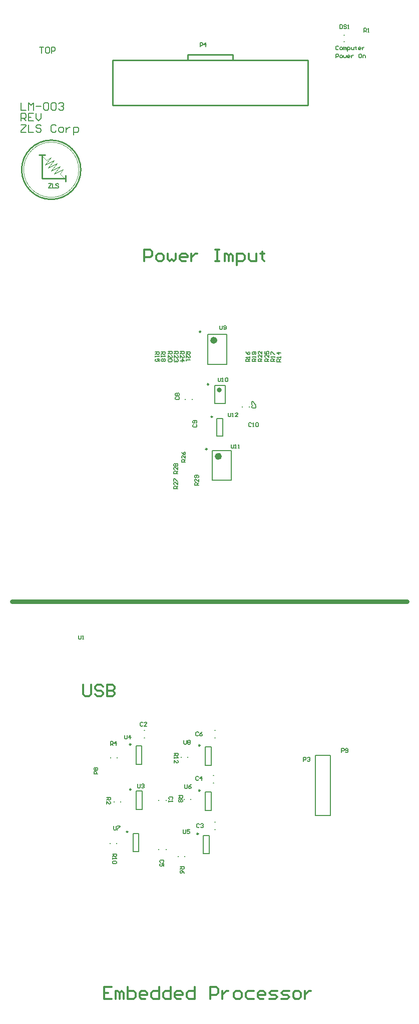
<source format=gbr>
G04 Layer_Color=65535*
%FSLAX26Y26*%
%MOIN*%
%TF.FileFunction,Legend,Top*%
%TF.Part,Single*%
G01*
G75*
%TA.AperFunction,NonConductor*%
%ADD46C,0.023622*%
%ADD47C,0.009842*%
%ADD48C,0.007874*%
%ADD49C,0.010000*%
%ADD50C,0.030000*%
%ADD51C,0.011811*%
%ADD52C,0.005905*%
%ADD74C,0.003937*%
%ADD75C,0.015748*%
%ADD76C,0.001000*%
D46*
X215512Y-2536067D02*
G03*
X215512Y-2536067I-11811J0D01*
G01*
X185512Y-1764098D02*
G03*
X185512Y-1764098I-11811J0D01*
G01*
D47*
X-398150Y-5033150D02*
G03*
X-398150Y-5033150I-4921J0D01*
G01*
X82796Y-4758150D02*
G03*
X82796Y-4758150I-4921J0D01*
G01*
X70828Y-5045866D02*
G03*
X70828Y-5045866I-4921J0D01*
G01*
X-378150Y-4451772D02*
G03*
X-378150Y-4451772I-4921J0D01*
G01*
X-376771Y-4751772D02*
G03*
X-376771Y-4751772I-4921J0D01*
G01*
X82796Y-4458150D02*
G03*
X82796Y-4458150I-4921J0D01*
G01*
X128898Y-2487642D02*
G03*
X128898Y-2487642I-4921J0D01*
G01*
X139393Y-2056996D02*
G03*
X139393Y-2056996I-4921J0D01*
G01*
X87087Y-1707012D02*
G03*
X87087Y-1707012I-4921J0D01*
G01*
X164984Y-2272074D02*
G03*
X164984Y-2272074I-4921J0D01*
G01*
D48*
X-21654Y-4816968D02*
X-21654Y-4813031D01*
X21654Y-4816968D02*
X21654Y-4813031D01*
X-41654Y-4536968D02*
X-41654Y-4533031D01*
X1653Y-4536968D02*
X1653Y-4533031D01*
X-516654Y-5111968D02*
X-516654Y-5108031D01*
X-473346Y-5111968D02*
X-473346Y-5108031D01*
X-325315Y-5166024D02*
X-325315Y-5043976D01*
X-364685Y-5166024D02*
X-364685Y-5043976D01*
X-364685Y-5166024D02*
X-325315Y-5166024D01*
X-364685Y-5043976D02*
X-325315Y-5043976D01*
X155631Y-4891024D02*
X155631Y-4768976D01*
X116261Y-4891024D02*
X116261Y-4768976D01*
X116261Y-4891024D02*
X155631Y-4891024D01*
X116261Y-4768976D02*
X155631Y-4768976D01*
X143663Y-5178740D02*
X143663Y-5056693D01*
X104293Y-5178740D02*
X104293Y-5056693D01*
X104293Y-5178740D02*
X143663Y-5178740D01*
X104293Y-5056693D02*
X143663Y-5056693D01*
X-18346Y-5196969D02*
X-18346Y-5193032D01*
X-61654Y-5196969D02*
X-61654Y-5193032D01*
X-305315Y-4584646D02*
X-305315Y-4462598D01*
X-344685Y-4584646D02*
X-344685Y-4462598D01*
X-344685Y-4584646D02*
X-305315Y-4584646D01*
X-344685Y-4462598D02*
X-305315Y-4462598D01*
X-511654Y-4541968D02*
X-511654Y-4538031D01*
X-468346Y-4541968D02*
X-468346Y-4538031D01*
X851378Y-4923621D02*
X951378Y-4923621D01*
X851378Y-4923621D02*
X851378Y-4523621D01*
X951378Y-4923621D02*
X951378Y-4523621D01*
X851378Y-4523621D02*
X951378Y-4523621D01*
X-144016Y-4825590D02*
X-144016Y-4821654D01*
X-193228Y-4825590D02*
X-193228Y-4821654D01*
X-290590Y-4408228D02*
X-286652Y-4408228D01*
X-290590Y-4359016D02*
X-286652Y-4359016D01*
X179410Y-5018228D02*
X183348Y-5018228D01*
X179410Y-4969016D02*
X183348Y-4969016D01*
X169410Y-4708228D02*
X173348Y-4708228D01*
X169410Y-4659016D02*
X173348Y-4659016D01*
X-144016Y-5151969D02*
X-144016Y-5148031D01*
X-193228Y-5151969D02*
X-193228Y-5148031D01*
X179410Y-4408228D02*
X183348Y-4408228D01*
X179410Y-4359016D02*
X183348Y-4359016D01*
X-446968Y-4835590D02*
X-446968Y-4831654D01*
X-490274Y-4835590D02*
X-490274Y-4831654D01*
X-343306Y-4762598D02*
X-303936Y-4762598D01*
X-343306Y-4884646D02*
X-303936Y-4884646D01*
X-343306Y-4884646D02*
X-343306Y-4762598D01*
X-303936Y-4884646D02*
X-303936Y-4762598D01*
X116261Y-4468976D02*
X155631Y-4468976D01*
X116261Y-4591024D02*
X155631Y-4591024D01*
X116261Y-4591024D02*
X116261Y-4468976D01*
X155631Y-4591024D02*
X155631Y-4468976D01*
X1039134Y220748D02*
X1043072Y220748D01*
X1039134Y266024D02*
X1043072Y266024D01*
X164332Y-2693548D02*
X164332Y-2496696D01*
X290316Y-2693548D02*
X290316Y-2496696D01*
X164332Y-2496696D02*
X290316Y-2496696D01*
X164332Y-2693548D02*
X290316Y-2693548D01*
X178764Y-2182980D02*
X178764Y-2062902D01*
X249630Y-2182980D02*
X249630Y-2062902D01*
X178764Y-2062902D02*
X249630Y-2062902D01*
X178764Y-2182980D02*
X249630Y-2182980D01*
X134332Y-1925516D02*
X134332Y-1724728D01*
X260316Y-1925516D02*
X260316Y-1724728D01*
X134332Y-1724728D02*
X260316Y-1724728D01*
X134332Y-1925516D02*
X260316Y-1925516D01*
X233882Y-2401996D02*
X233882Y-2283886D01*
X194512Y-2401996D02*
X194512Y-2283886D01*
X194512Y-2401996D02*
X233882Y-2401996D01*
X194512Y-2283886D02*
X233882Y-2283886D01*
X-17282Y-2157090D02*
X-17282Y-2153154D01*
X31930Y-2157090D02*
X31930Y-2153154D01*
X362718Y-2207090D02*
X362718Y-2203154D01*
X411930Y-2207090D02*
X411930Y-2203154D01*
X-986728Y186361D02*
X-960490Y186361D01*
X-973609Y186361D01*
X-973609Y147004D01*
X-927692Y186361D02*
X-940811Y186361D01*
X-947371Y179802D01*
X-947371Y153564D01*
X-940811Y147004D01*
X-927692Y147004D01*
X-921133Y153564D01*
X-921133Y179802D01*
X-927692Y186361D01*
X-908014Y147004D02*
X-908014Y186361D01*
X-888335Y186361D01*
X-881775Y179802D01*
X-881775Y166683D01*
X-888335Y160123D01*
X-908014Y160123D01*
X-1108622Y-183638D02*
X-1108622Y-233622D01*
X-1075300Y-233622D01*
X-1058639Y-233622D02*
X-1058639Y-183638D01*
X-1041977Y-200299D01*
X-1025316Y-183638D01*
X-1025316Y-233622D01*
X-1008655Y-208630D02*
X-975332Y-208630D01*
X-958671Y-191968D02*
X-950340Y-183638D01*
X-933679Y-183638D01*
X-925348Y-191968D01*
X-925348Y-225291D01*
X-933679Y-233622D01*
X-950340Y-233622D01*
X-958671Y-225291D01*
X-958671Y-191968D01*
X-908687Y-191968D02*
X-900356Y-183638D01*
X-883695Y-183638D01*
X-875365Y-191968D01*
X-875365Y-225291D01*
X-883695Y-233622D01*
X-900356Y-233622D01*
X-908687Y-225291D01*
X-908687Y-191968D01*
X-858703Y-191968D02*
X-850373Y-183638D01*
X-833711Y-183638D01*
X-825381Y-191968D01*
X-825381Y-200299D01*
X-833711Y-208630D01*
X-842042Y-208630D01*
X-833711Y-208630D01*
X-825381Y-216960D01*
X-825381Y-225291D01*
X-833711Y-233622D01*
X-850373Y-233622D01*
X-858703Y-225291D01*
X-1108622Y-305122D02*
X-1108622Y-255138D01*
X-1083630Y-255138D01*
X-1075300Y-263468D01*
X-1075300Y-280130D01*
X-1083630Y-288460D01*
X-1108622Y-288460D01*
X-1091961Y-288460D02*
X-1075300Y-305122D01*
X-1025316Y-255138D02*
X-1058639Y-255138D01*
X-1058639Y-305122D01*
X-1025316Y-305122D01*
X-1058639Y-280130D02*
X-1041977Y-280130D01*
X-1008655Y-255138D02*
X-1008655Y-288460D01*
X-991993Y-305122D01*
X-975332Y-288460D01*
X-975332Y-255138D01*
X-1108622Y-330138D02*
X-1075300Y-330138D01*
X-1075300Y-338468D01*
X-1108622Y-371791D01*
X-1108622Y-380122D01*
X-1075300Y-380122D01*
X-1058639Y-330138D02*
X-1058639Y-380122D01*
X-1025316Y-380122D01*
X-975332Y-338468D02*
X-983663Y-330138D01*
X-1000324Y-330138D01*
X-1008655Y-338468D01*
X-1008655Y-346799D01*
X-1000324Y-355130D01*
X-983663Y-355130D01*
X-975332Y-363460D01*
X-975332Y-371791D01*
X-983663Y-380122D01*
X-1000324Y-380122D01*
X-1008655Y-371791D01*
X-875365Y-338468D02*
X-883695Y-330138D01*
X-900356Y-330138D01*
X-908687Y-338468D01*
X-908687Y-371791D01*
X-900356Y-380122D01*
X-883695Y-380122D01*
X-875365Y-371791D01*
X-850373Y-380122D02*
X-833711Y-380122D01*
X-825381Y-371791D01*
X-825381Y-355130D01*
X-833711Y-346799D01*
X-850373Y-346799D01*
X-858703Y-355130D01*
X-858703Y-371791D01*
X-850373Y-380122D01*
X-808720Y-346799D02*
X-808720Y-380122D01*
X-808720Y-363460D01*
X-800389Y-355130D01*
X-792058Y-346799D01*
X-783728Y-346799D01*
X-758736Y-396783D02*
X-758736Y-346799D01*
X-733744Y-346799D01*
X-725413Y-355130D01*
X-725413Y-371791D01*
X-733744Y-380122D01*
X-758736Y-380122D01*
D49*
X-711772Y-630122D02*
G03*
X-711772Y-630122I-196850J0D01*
G01*
X300000Y100000D02*
X300000Y136806D01*
X157324Y136806D02*
X296324Y136806D01*
X0Y136806D02*
X157324Y136806D01*
X0Y100000D02*
X0Y136806D01*
X-500000Y-200000D02*
X-500000Y100000D01*
X-500000Y-200000D02*
X800000Y-200000D01*
X800000Y100000D01*
X-500000Y100000D02*
X800000Y100000D01*
X-813622Y-707122D02*
X-813622Y-667122D01*
X-968622Y-687122D02*
X-968622Y-537122D01*
X-968622Y-687122D02*
X-818622Y-687122D01*
X-988622Y-532122D02*
X-948622Y-532122D01*
D50*
X-1168214Y-3502602D02*
X1460802Y-3502602D01*
D51*
X-505003Y-6064334D02*
X-557479Y-6064334D01*
X-557479Y-6143049D01*
X-505003Y-6143049D01*
X-557479Y-6103692D02*
X-531241Y-6103692D01*
X-478764Y-6143049D02*
X-478764Y-6090573D01*
X-465645Y-6090573D01*
X-452526Y-6103692D01*
X-452526Y-6143049D01*
X-452526Y-6103692D01*
X-439407Y-6090573D01*
X-426288Y-6103692D01*
X-426288Y-6143049D01*
X-400050Y-6064334D02*
X-400050Y-6143049D01*
X-360692Y-6143049D01*
X-347573Y-6129930D01*
X-347573Y-6116811D01*
X-347573Y-6103692D01*
X-360692Y-6090573D01*
X-400050Y-6090573D01*
X-281978Y-6143049D02*
X-308216Y-6143049D01*
X-321335Y-6129930D01*
X-321335Y-6103692D01*
X-308216Y-6090573D01*
X-281978Y-6090573D01*
X-268858Y-6103692D01*
X-268858Y-6116811D01*
X-321335Y-6116811D01*
X-190144Y-6064334D02*
X-190144Y-6143049D01*
X-229501Y-6143049D01*
X-242620Y-6129930D01*
X-242620Y-6103692D01*
X-229501Y-6090573D01*
X-190144Y-6090573D01*
X-111429Y-6064334D02*
X-111429Y-6143049D01*
X-150786Y-6143049D01*
X-163905Y-6129930D01*
X-163905Y-6103692D01*
X-150786Y-6090573D01*
X-111429Y-6090573D01*
X-45833Y-6143049D02*
X-72071Y-6143049D01*
X-85191Y-6129930D01*
X-85191Y-6103692D01*
X-72071Y-6090573D01*
X-45833Y-6090573D01*
X-32714Y-6103692D01*
X-32714Y-6116811D01*
X-85191Y-6116811D01*
X46001Y-6064334D02*
X46001Y-6143049D01*
X6643Y-6143049D01*
X-6476Y-6129930D01*
X-6476Y-6103692D01*
X6643Y-6090573D01*
X46001Y-6090573D01*
X150954Y-6143049D02*
X150954Y-6064334D01*
X190311Y-6064334D01*
X203430Y-6077454D01*
X203430Y-6103692D01*
X190311Y-6116811D01*
X150954Y-6116811D01*
X229669Y-6090573D02*
X229669Y-6143049D01*
X229669Y-6116811D01*
X242788Y-6103692D01*
X255907Y-6090573D01*
X269026Y-6090573D01*
X321503Y-6143049D02*
X347741Y-6143049D01*
X360860Y-6129930D01*
X360860Y-6103692D01*
X347741Y-6090573D01*
X321503Y-6090573D01*
X308384Y-6103692D01*
X308384Y-6129930D01*
X321503Y-6143049D01*
X439575Y-6090573D02*
X400217Y-6090573D01*
X387098Y-6103692D01*
X387098Y-6129930D01*
X400217Y-6143049D01*
X439575Y-6143049D01*
X505171Y-6143049D02*
X478932Y-6143049D01*
X465813Y-6129930D01*
X465813Y-6103692D01*
X478932Y-6090573D01*
X505171Y-6090573D01*
X518290Y-6103692D01*
X518290Y-6116811D01*
X465813Y-6116811D01*
X544528Y-6143049D02*
X583885Y-6143049D01*
X597004Y-6129930D01*
X583885Y-6116811D01*
X557647Y-6116811D01*
X544528Y-6103692D01*
X557647Y-6090573D01*
X597004Y-6090573D01*
X623243Y-6143049D02*
X662600Y-6143049D01*
X675719Y-6129930D01*
X662600Y-6116811D01*
X636362Y-6116811D01*
X623243Y-6103692D01*
X636362Y-6090573D01*
X675719Y-6090573D01*
X715077Y-6143049D02*
X741315Y-6143049D01*
X754434Y-6129930D01*
X754434Y-6103692D01*
X741315Y-6090573D01*
X715077Y-6090573D01*
X701957Y-6103692D01*
X701957Y-6129930D01*
X715077Y-6143049D01*
X780672Y-6090573D02*
X780672Y-6143049D01*
X780672Y-6116811D01*
X793791Y-6103692D01*
X806910Y-6090573D01*
X820030Y-6090573D01*
X-695275Y-4053809D02*
X-695275Y-4119404D01*
X-682155Y-4132524D01*
X-655917Y-4132524D01*
X-642798Y-4119404D01*
X-642798Y-4053809D01*
X-564083Y-4066928D02*
X-577202Y-4053809D01*
X-603441Y-4053809D01*
X-616560Y-4066928D01*
X-616560Y-4080047D01*
X-603441Y-4093166D01*
X-577202Y-4093166D01*
X-564083Y-4106285D01*
X-564083Y-4119404D01*
X-577202Y-4132524D01*
X-603441Y-4132524D01*
X-616560Y-4119404D01*
X-537845Y-4053809D02*
X-537845Y-4132524D01*
X-498488Y-4132524D01*
X-485368Y-4119404D01*
X-485368Y-4106285D01*
X-498488Y-4093166D01*
X-537845Y-4093166D01*
X-498488Y-4093166D01*
X-485368Y-4080047D01*
X-485368Y-4066928D01*
X-498488Y-4053809D01*
X-537845Y-4053809D01*
X-289804Y-1238823D02*
X-289804Y-1160108D01*
X-250447Y-1160108D01*
X-237328Y-1173227D01*
X-237328Y-1199465D01*
X-250447Y-1212585D01*
X-289804Y-1212585D01*
X-197970Y-1238823D02*
X-171732Y-1238823D01*
X-158613Y-1225704D01*
X-158613Y-1199465D01*
X-171732Y-1186346D01*
X-197970Y-1186346D01*
X-211089Y-1199465D01*
X-211089Y-1225704D01*
X-197970Y-1238823D01*
X-132375Y-1186346D02*
X-132375Y-1225704D01*
X-119255Y-1238823D01*
X-106136Y-1225704D01*
X-93017Y-1238823D01*
X-79898Y-1225704D01*
X-79898Y-1186346D01*
X-14302Y-1238823D02*
X-40541Y-1238823D01*
X-53660Y-1225704D01*
X-53660Y-1199465D01*
X-40541Y-1186346D01*
X-14302Y-1186346D01*
X-1183Y-1199465D01*
X-1183Y-1212585D01*
X-53660Y-1212585D01*
X25055Y-1186346D02*
X25055Y-1238823D01*
X25055Y-1212585D01*
X38174Y-1199465D01*
X51293Y-1186346D01*
X64412Y-1186346D01*
X182485Y-1160108D02*
X208723Y-1160108D01*
X195604Y-1160108D01*
X195604Y-1238823D01*
X182485Y-1238823D01*
X208723Y-1238823D01*
X248080Y-1238823D02*
X248080Y-1186346D01*
X261199Y-1186346D01*
X274318Y-1199465D01*
X274318Y-1238823D01*
X274318Y-1199465D01*
X287438Y-1186346D01*
X300557Y-1199465D01*
X300557Y-1238823D01*
X326795Y-1265061D02*
X326795Y-1186346D01*
X366152Y-1186346D01*
X379272Y-1199465D01*
X379272Y-1225704D01*
X366152Y-1238823D01*
X326795Y-1238823D01*
X405510Y-1186346D02*
X405510Y-1225704D01*
X418629Y-1238823D01*
X457986Y-1238823D01*
X457986Y-1186346D01*
X497344Y-1173227D02*
X497344Y-1186346D01*
X484225Y-1186346D01*
X510463Y-1186346D01*
X497344Y-1186346D01*
X497344Y-1225704D01*
X510463Y-1238823D01*
D52*
X1004338Y189048D02*
X1000075Y193312D01*
X991547Y193312D01*
X987283Y189048D01*
X987283Y171993D01*
X991547Y167730D01*
X1000075Y167730D01*
X1004338Y171993D01*
X1017129Y167730D02*
X1025657Y167730D01*
X1029921Y171993D01*
X1029921Y180521D01*
X1025657Y184785D01*
X1017129Y184785D01*
X1012866Y180521D01*
X1012866Y171993D01*
X1017129Y167730D01*
X1038448Y167730D02*
X1038448Y184785D01*
X1042712Y184785D01*
X1046975Y180521D01*
X1046975Y167730D01*
X1046975Y180521D01*
X1051239Y184785D01*
X1055503Y180521D01*
X1055503Y167730D01*
X1064030Y159202D02*
X1064030Y184785D01*
X1076822Y184785D01*
X1081085Y180521D01*
X1081085Y171993D01*
X1076822Y167730D01*
X1064030Y167730D01*
X1089613Y184785D02*
X1089613Y171993D01*
X1093876Y167730D01*
X1106668Y167730D01*
X1106668Y184785D01*
X1119459Y189048D02*
X1119459Y184785D01*
X1115195Y184785D01*
X1123722Y184785D01*
X1119459Y184785D01*
X1119459Y171993D01*
X1123722Y167730D01*
X1149305Y167730D02*
X1140777Y167730D01*
X1136514Y171993D01*
X1136514Y180521D01*
X1140777Y184785D01*
X1149305Y184785D01*
X1153568Y180521D01*
X1153568Y176257D01*
X1136514Y176257D01*
X1162096Y184785D02*
X1162096Y167730D01*
X1162096Y176257D01*
X1166360Y180521D01*
X1170623Y184785D01*
X1174887Y184785D01*
X987283Y114331D02*
X987283Y139913D01*
X1000075Y139913D01*
X1004338Y135649D01*
X1004338Y127122D01*
X1000075Y122858D01*
X987283Y122858D01*
X1017129Y114331D02*
X1025657Y114331D01*
X1029921Y118594D01*
X1029921Y127122D01*
X1025657Y131386D01*
X1017129Y131386D01*
X1012866Y127122D01*
X1012866Y118594D01*
X1017129Y114331D01*
X1038448Y131386D02*
X1038448Y118594D01*
X1042712Y114331D01*
X1046975Y118594D01*
X1051239Y114331D01*
X1055503Y118594D01*
X1055503Y131386D01*
X1076822Y114331D02*
X1068294Y114331D01*
X1064030Y118594D01*
X1064030Y127122D01*
X1068294Y131386D01*
X1076822Y131386D01*
X1081085Y127122D01*
X1081085Y122858D01*
X1064030Y122858D01*
X1089613Y131386D02*
X1089613Y114331D01*
X1089613Y122858D01*
X1093876Y127122D01*
X1098140Y131386D01*
X1102404Y131386D01*
X1153568Y139913D02*
X1145041Y139913D01*
X1140777Y135649D01*
X1140777Y118594D01*
X1145041Y114331D01*
X1153568Y114331D01*
X1157832Y118594D01*
X1157832Y135649D01*
X1153568Y139913D01*
X1166360Y114331D02*
X1166360Y131386D01*
X1179151Y131386D01*
X1183414Y127122D01*
X1183414Y114331D01*
X540000Y-1905000D02*
X514418Y-1905000D01*
X514418Y-1892209D01*
X518681Y-1887945D01*
X527209Y-1887945D01*
X531473Y-1892209D01*
X531473Y-1905000D01*
X531473Y-1896473D02*
X540000Y-1887945D01*
X540000Y-1862363D02*
X540000Y-1879418D01*
X522945Y-1862363D01*
X518681Y-1862363D01*
X514418Y-1866627D01*
X514418Y-1875154D01*
X518681Y-1879418D01*
X514418Y-1836781D02*
X514418Y-1853835D01*
X527209Y-1853835D01*
X522945Y-1845308D01*
X522945Y-1841044D01*
X527209Y-1836781D01*
X535736Y-1836781D01*
X540000Y-1841044D01*
X540000Y-1849572D01*
X535736Y-1853835D01*
X-60000Y-4792598D02*
X-34418Y-4792598D01*
X-34418Y-4805390D01*
X-38681Y-4809653D01*
X-47209Y-4809653D01*
X-51473Y-4805390D01*
X-51473Y-4792598D01*
X-51473Y-4801126D02*
X-60000Y-4809653D01*
X-38681Y-4818181D02*
X-34418Y-4822444D01*
X-34418Y-4830972D01*
X-38681Y-4835236D01*
X-42945Y-4835236D01*
X-47209Y-4830972D01*
X-51473Y-4835236D01*
X-55736Y-4835236D01*
X-60000Y-4830972D01*
X-60000Y-4822444D01*
X-55736Y-4818181D01*
X-51473Y-4818181D01*
X-47209Y-4822444D01*
X-42945Y-4818181D01*
X-38681Y-4818181D01*
X-47209Y-4822444D02*
X-47209Y-4830972D01*
X-90000Y-4510000D02*
X-64418Y-4510000D01*
X-64418Y-4522791D01*
X-68681Y-4527055D01*
X-77209Y-4527055D01*
X-81473Y-4522791D01*
X-81473Y-4510000D01*
X-81473Y-4518527D02*
X-90000Y-4527055D01*
X-90000Y-4535582D02*
X-90000Y-4544110D01*
X-90000Y-4539846D01*
X-64418Y-4539846D01*
X-68681Y-4535582D01*
X-90000Y-4573956D02*
X-90000Y-4556901D01*
X-72945Y-4573956D01*
X-68681Y-4573956D01*
X-64418Y-4569692D01*
X-64418Y-4561165D01*
X-68681Y-4556901D01*
X-500000Y-5180000D02*
X-474418Y-5180000D01*
X-474418Y-5192791D01*
X-478681Y-5197055D01*
X-487209Y-5197055D01*
X-491473Y-5192791D01*
X-491473Y-5180000D01*
X-491473Y-5188527D02*
X-500000Y-5197055D01*
X-500000Y-5205582D02*
X-500000Y-5214110D01*
X-500000Y-5209846D01*
X-474418Y-5209846D01*
X-478681Y-5205582D01*
X-478681Y-5226901D02*
X-474418Y-5231165D01*
X-474418Y-5239692D01*
X-478681Y-5243956D01*
X-495736Y-5243956D01*
X-500000Y-5239692D01*
X-500000Y-5231165D01*
X-495736Y-5226901D01*
X-478681Y-5226901D01*
X495000Y-1905000D02*
X469418Y-1905000D01*
X469418Y-1892209D01*
X473681Y-1887945D01*
X482209Y-1887945D01*
X486473Y-1892209D01*
X486473Y-1905000D01*
X486473Y-1896473D02*
X495000Y-1887945D01*
X495000Y-1862363D02*
X495000Y-1879418D01*
X477945Y-1862363D01*
X473681Y-1862363D01*
X469418Y-1866627D01*
X469418Y-1875154D01*
X473681Y-1879418D01*
X495000Y-1836781D02*
X495000Y-1853835D01*
X477945Y-1836781D01*
X473681Y-1836781D01*
X469418Y-1841044D01*
X469418Y-1849572D01*
X473681Y-1853835D01*
X-90000Y-1837918D02*
X-64418Y-1837918D01*
X-64418Y-1850709D01*
X-68681Y-1854973D01*
X-77209Y-1854973D01*
X-81473Y-1850709D01*
X-81473Y-1837918D01*
X-81473Y-1846445D02*
X-90000Y-1854973D01*
X-90000Y-1880555D02*
X-90000Y-1863500D01*
X-72945Y-1880555D01*
X-68681Y-1880555D01*
X-64418Y-1876292D01*
X-64418Y-1867764D01*
X-68681Y-1863500D01*
X-68681Y-1889083D02*
X-64418Y-1893346D01*
X-64418Y-1901874D01*
X-68681Y-1906138D01*
X-72945Y-1906138D01*
X-77209Y-1901874D01*
X-77209Y-1897610D01*
X-77209Y-1901874D01*
X-81473Y-1906138D01*
X-85736Y-1906138D01*
X-90000Y-1901874D01*
X-90000Y-1893346D01*
X-85736Y-1889083D01*
X-493937Y-4994418D02*
X-493937Y-5015736D01*
X-489673Y-5020000D01*
X-481146Y-5020000D01*
X-476882Y-5015736D01*
X-476882Y-4994418D01*
X-468355Y-4994418D02*
X-451300Y-4994418D01*
X-451300Y-4998681D01*
X-468355Y-5015736D01*
X-468355Y-5020000D01*
X-20000Y-4719418D02*
X-20000Y-4740736D01*
X-15736Y-4745000D01*
X-7209Y-4745000D01*
X-2945Y-4740736D01*
X-2945Y-4719418D01*
X22637Y-4719418D02*
X14110Y-4723681D01*
X5582Y-4732209D01*
X5582Y-4740736D01*
X9846Y-4745000D01*
X18373Y-4745000D01*
X22637Y-4740736D01*
X22637Y-4736473D01*
X18373Y-4732209D01*
X5582Y-4732209D01*
X-30000Y-5019418D02*
X-30000Y-5040736D01*
X-25736Y-5045000D01*
X-17209Y-5045000D01*
X-12945Y-5040736D01*
X-12945Y-5019418D01*
X12637Y-5019418D02*
X-4418Y-5019418D01*
X-4418Y-5032209D01*
X4110Y-5027945D01*
X8373Y-5027945D01*
X12637Y-5032209D01*
X12637Y-5040736D01*
X8373Y-5045000D01*
X-154Y-5045000D01*
X-4418Y-5040736D01*
X-130000Y-1837918D02*
X-104418Y-1837918D01*
X-104418Y-1850709D01*
X-108681Y-1854973D01*
X-117209Y-1854973D01*
X-121473Y-1850709D01*
X-121473Y-1837918D01*
X-121473Y-1846445D02*
X-130000Y-1854973D01*
X-130000Y-1880555D02*
X-130000Y-1863500D01*
X-112945Y-1880555D01*
X-108681Y-1880555D01*
X-104418Y-1876292D01*
X-104418Y-1867764D01*
X-108681Y-1863500D01*
X-108681Y-1889083D02*
X-104418Y-1893346D01*
X-104418Y-1901874D01*
X-108681Y-1906138D01*
X-125736Y-1906138D01*
X-130000Y-1901874D01*
X-130000Y-1893346D01*
X-125736Y-1889083D01*
X-108681Y-1889083D01*
X-175000Y-1840000D02*
X-149418Y-1840000D01*
X-149418Y-1852791D01*
X-153681Y-1857055D01*
X-162209Y-1857055D01*
X-166473Y-1852791D01*
X-166473Y-1840000D01*
X-166473Y-1848527D02*
X-175000Y-1857055D01*
X-175000Y-1865582D02*
X-175000Y-1874110D01*
X-175000Y-1869846D01*
X-149418Y-1869846D01*
X-153681Y-1865582D01*
X-153681Y-1886901D02*
X-149418Y-1891165D01*
X-149418Y-1899692D01*
X-153681Y-1903956D01*
X-157945Y-1903956D01*
X-162209Y-1899692D01*
X-166473Y-1903956D01*
X-170736Y-1903956D01*
X-175000Y-1899692D01*
X-175000Y-1891165D01*
X-170736Y-1886901D01*
X-166473Y-1886901D01*
X-162209Y-1891165D01*
X-157945Y-1886901D01*
X-153681Y-1886901D01*
X-162209Y-1891165D02*
X-162209Y-1899692D01*
X-50000Y-5265000D02*
X-24418Y-5265000D01*
X-24418Y-5277791D01*
X-28681Y-5282055D01*
X-37209Y-5282055D01*
X-41473Y-5277791D01*
X-41473Y-5265000D01*
X-41473Y-5273527D02*
X-50000Y-5282055D01*
X-24418Y-5307637D02*
X-28681Y-5299110D01*
X-37209Y-5290582D01*
X-45736Y-5290582D01*
X-50000Y-5294846D01*
X-50000Y-5303373D01*
X-45736Y-5307637D01*
X-41473Y-5307637D01*
X-37209Y-5303373D01*
X-37209Y-5290582D01*
X-420127Y-4390434D02*
X-420127Y-4411753D01*
X-415863Y-4416016D01*
X-407336Y-4416016D01*
X-403072Y-4411753D01*
X-403072Y-4390434D01*
X-381754Y-4416016D02*
X-381754Y-4390434D01*
X-394545Y-4403225D01*
X-377490Y-4403225D01*
X-514354Y-4458224D02*
X-514354Y-4432642D01*
X-501563Y-4432642D01*
X-497299Y-4436905D01*
X-497299Y-4445433D01*
X-501563Y-4449697D01*
X-514354Y-4449697D01*
X-505827Y-4449697D02*
X-497299Y-4458224D01*
X-475981Y-4458224D02*
X-475981Y-4432642D01*
X-488772Y-4445433D01*
X-471717Y-4445433D01*
X771378Y-4563622D02*
X771378Y-4538040D01*
X784169Y-4538040D01*
X788433Y-4542303D01*
X788433Y-4550831D01*
X784169Y-4555095D01*
X771378Y-4555095D01*
X796960Y-4542303D02*
X801224Y-4538040D01*
X809751Y-4538040D01*
X814015Y-4542303D01*
X814015Y-4546567D01*
X809751Y-4550831D01*
X805488Y-4550831D01*
X809751Y-4550831D01*
X814015Y-4555095D01*
X814015Y-4559358D01*
X809751Y-4563622D01*
X801224Y-4563622D01*
X796960Y-4559358D01*
X-103681Y-4817055D02*
X-99418Y-4812791D01*
X-99418Y-4804264D01*
X-103681Y-4800000D01*
X-120736Y-4800000D01*
X-125000Y-4804264D01*
X-125000Y-4812791D01*
X-120736Y-4817055D01*
X-125000Y-4825582D02*
X-125000Y-4834110D01*
X-125000Y-4829846D01*
X-99418Y-4829846D01*
X-103681Y-4825582D01*
X-298567Y-4308303D02*
X-302831Y-4304039D01*
X-311359Y-4304039D01*
X-315622Y-4308303D01*
X-315622Y-4325358D01*
X-311359Y-4329622D01*
X-302831Y-4329622D01*
X-298567Y-4325358D01*
X-272985Y-4329622D02*
X-290040Y-4329622D01*
X-272985Y-4312567D01*
X-272985Y-4308303D01*
X-277249Y-4304039D01*
X-285776Y-4304039D01*
X-290040Y-4308303D01*
X78433Y-4983681D02*
X74169Y-4979418D01*
X65642Y-4979418D01*
X61378Y-4983681D01*
X61378Y-5000736D01*
X65642Y-5005000D01*
X74169Y-5005000D01*
X78433Y-5000736D01*
X86960Y-4983681D02*
X91224Y-4979418D01*
X99751Y-4979418D01*
X104015Y-4983681D01*
X104015Y-4987945D01*
X99751Y-4992209D01*
X95488Y-4992209D01*
X99751Y-4992209D01*
X104015Y-4996473D01*
X104015Y-5000736D01*
X99751Y-5005000D01*
X91224Y-5005000D01*
X86960Y-5000736D01*
X72055Y-4668681D02*
X67791Y-4664418D01*
X59264Y-4664418D01*
X55000Y-4668681D01*
X55000Y-4685736D01*
X59264Y-4690000D01*
X67791Y-4690000D01*
X72055Y-4685736D01*
X93374Y-4690000D02*
X93374Y-4664418D01*
X80582Y-4677209D01*
X97637Y-4677209D01*
X-163681Y-5237055D02*
X-159418Y-5232791D01*
X-159418Y-5224264D01*
X-163681Y-5220000D01*
X-180736Y-5220000D01*
X-185000Y-5224264D01*
X-185000Y-5232791D01*
X-180736Y-5237055D01*
X-159418Y-5262637D02*
X-159418Y-5245582D01*
X-172209Y-5245582D01*
X-167945Y-5254110D01*
X-167945Y-5258373D01*
X-172209Y-5262637D01*
X-180736Y-5262637D01*
X-185000Y-5258373D01*
X-185000Y-5249846D01*
X-180736Y-5245582D01*
X72055Y-4373681D02*
X67791Y-4369418D01*
X59264Y-4369418D01*
X55000Y-4373681D01*
X55000Y-4390736D01*
X59264Y-4395000D01*
X67791Y-4395000D01*
X72055Y-4390736D01*
X97637Y-4369418D02*
X89110Y-4373681D01*
X80582Y-4382209D01*
X80582Y-4390736D01*
X84846Y-4395000D01*
X93374Y-4395000D01*
X97637Y-4390736D01*
X97637Y-4386473D01*
X93374Y-4382209D01*
X80582Y-4382209D01*
X82323Y188378D02*
X82323Y213961D01*
X95115Y213961D01*
X99378Y209697D01*
X99378Y201170D01*
X95115Y196906D01*
X82323Y196906D01*
X120697Y188378D02*
X120697Y213961D01*
X107906Y201170D01*
X124961Y201170D01*
X-539566Y-4805000D02*
X-513984Y-4805000D01*
X-513984Y-4817791D01*
X-518247Y-4822055D01*
X-526775Y-4822055D01*
X-531039Y-4817791D01*
X-531039Y-4805000D01*
X-531039Y-4813527D02*
X-539566Y-4822055D01*
X-539566Y-4847637D02*
X-539566Y-4830582D01*
X-522511Y-4847637D01*
X-518247Y-4847637D01*
X-513984Y-4843373D01*
X-513984Y-4834846D01*
X-518247Y-4830582D01*
X580000Y-1905000D02*
X554418Y-1905000D01*
X554418Y-1892209D01*
X558681Y-1887945D01*
X567209Y-1887945D01*
X571473Y-1892209D01*
X571473Y-1905000D01*
X571473Y-1896473D02*
X580000Y-1887945D01*
X580000Y-1879418D02*
X580000Y-1870890D01*
X580000Y-1875154D01*
X554418Y-1875154D01*
X558681Y-1879418D01*
X554418Y-1858099D02*
X554418Y-1841044D01*
X558681Y-1841044D01*
X575736Y-1858099D01*
X580000Y-1858099D01*
X455000Y-1904671D02*
X429418Y-1904671D01*
X429418Y-1891880D01*
X433681Y-1887616D01*
X442209Y-1887616D01*
X446473Y-1891880D01*
X446473Y-1904671D01*
X446473Y-1896143D02*
X455000Y-1887616D01*
X455000Y-1879089D02*
X455000Y-1870561D01*
X455000Y-1874825D01*
X429418Y-1874825D01*
X433681Y-1879089D01*
X450736Y-1857770D02*
X455000Y-1853506D01*
X455000Y-1844979D01*
X450736Y-1840715D01*
X433681Y-1840715D01*
X429418Y-1844979D01*
X429418Y-1853506D01*
X433681Y-1857770D01*
X437945Y-1857770D01*
X442209Y-1853506D01*
X442209Y-1840715D01*
X-10000Y-1840000D02*
X15582Y-1840000D01*
X15582Y-1852791D01*
X11319Y-1857055D01*
X2791Y-1857055D01*
X-1473Y-1852791D01*
X-1473Y-1840000D01*
X-1473Y-1848527D02*
X-10000Y-1857055D01*
X-10000Y-1882637D02*
X-10000Y-1865582D01*
X7055Y-1882637D01*
X11319Y-1882637D01*
X15582Y-1878373D01*
X15582Y-1869846D01*
X11319Y-1865582D01*
X-10000Y-1891165D02*
X-10000Y-1899692D01*
X-10000Y-1895428D01*
X15582Y-1895428D01*
X11319Y-1891165D01*
X-50000Y-1838070D02*
X-24418Y-1838070D01*
X-24418Y-1850861D01*
X-28681Y-1855125D01*
X-37209Y-1855125D01*
X-41473Y-1850861D01*
X-41473Y-1838070D01*
X-41473Y-1846597D02*
X-50000Y-1855125D01*
X-50000Y-1880707D02*
X-50000Y-1863652D01*
X-32945Y-1880707D01*
X-28681Y-1880707D01*
X-24418Y-1876444D01*
X-24418Y-1867916D01*
X-28681Y-1863652D01*
X-50000Y-1902026D02*
X-24418Y-1902026D01*
X-37209Y-1889235D01*
X-37209Y-1906290D01*
X-15000Y-2575000D02*
X-40582Y-2575000D01*
X-40582Y-2562209D01*
X-36319Y-2557945D01*
X-27791Y-2557945D01*
X-23527Y-2562209D01*
X-23527Y-2575000D01*
X-23527Y-2566473D02*
X-15000Y-2557945D01*
X-15000Y-2532363D02*
X-15000Y-2549418D01*
X-32055Y-2532363D01*
X-36319Y-2532363D01*
X-40582Y-2536626D01*
X-40582Y-2545154D01*
X-36319Y-2549418D01*
X-40582Y-2506780D02*
X-36319Y-2515308D01*
X-27791Y-2523835D01*
X-19264Y-2523835D01*
X-15000Y-2519572D01*
X-15000Y-2511044D01*
X-19264Y-2506780D01*
X-23527Y-2506780D01*
X-27791Y-2511044D01*
X-27791Y-2523835D01*
X-333622Y-4716039D02*
X-333622Y-4737358D01*
X-329359Y-4741622D01*
X-320831Y-4741622D01*
X-316567Y-4737358D01*
X-316567Y-4716039D01*
X-308040Y-4720303D02*
X-303776Y-4716039D01*
X-295249Y-4716039D01*
X-290985Y-4720303D01*
X-290985Y-4724567D01*
X-295249Y-4728830D01*
X-299513Y-4728830D01*
X-295249Y-4728830D01*
X-290985Y-4733094D01*
X-290985Y-4737358D01*
X-295249Y-4741622D01*
X-303776Y-4741622D01*
X-308040Y-4737358D01*
X-25000Y-4424418D02*
X-25000Y-4445736D01*
X-20736Y-4450000D01*
X-12209Y-4450000D01*
X-7945Y-4445736D01*
X-7945Y-4424418D01*
X582Y-4428681D02*
X4846Y-4424418D01*
X13373Y-4424418D01*
X17637Y-4428681D01*
X17637Y-4432945D01*
X13373Y-4437209D01*
X17637Y-4441473D01*
X17637Y-4445736D01*
X13373Y-4450000D01*
X4846Y-4450000D01*
X582Y-4445736D01*
X582Y-4441473D01*
X4846Y-4437209D01*
X582Y-4432945D01*
X582Y-4428681D01*
X4846Y-4437209D02*
X13373Y-4437209D01*
X1174154Y285000D02*
X1174154Y310582D01*
X1186945Y310582D01*
X1191209Y306319D01*
X1191209Y297791D01*
X1186945Y293527D01*
X1174154Y293527D01*
X1182681Y293527D02*
X1191209Y285000D01*
X1199736Y285000D02*
X1208263Y285000D01*
X1204000Y285000D01*
X1204000Y310582D01*
X1199736Y306319D01*
X1014173Y334007D02*
X1014173Y308425D01*
X1026964Y308425D01*
X1031228Y312689D01*
X1031228Y329744D01*
X1026964Y334007D01*
X1014173Y334007D01*
X1056810Y329744D02*
X1052547Y334007D01*
X1044019Y334007D01*
X1039755Y329744D01*
X1039755Y325480D01*
X1044019Y321216D01*
X1052547Y321216D01*
X1056810Y316953D01*
X1056810Y312689D01*
X1052547Y308425D01*
X1044019Y308425D01*
X1039755Y312689D01*
X1065338Y308425D02*
X1073865Y308425D01*
X1069601Y308425D01*
X1069601Y334007D01*
X1065338Y329744D01*
X-725827Y-3726898D02*
X-725827Y-3748216D01*
X-721563Y-3752480D01*
X-713036Y-3752480D01*
X-708772Y-3748216D01*
X-708772Y-3726898D01*
X-700245Y-3752480D02*
X-691717Y-3752480D01*
X-695981Y-3752480D01*
X-695981Y-3726898D01*
X-700245Y-3731161D01*
X432855Y-2198067D02*
X428591Y-2202331D01*
X428591Y-2210858D01*
X432855Y-2215122D01*
X449909Y-2215122D01*
X454173Y-2210858D01*
X454173Y-2202331D01*
X449909Y-2198067D01*
X428591Y-2189540D02*
X428591Y-2172485D01*
X432855Y-2172485D01*
X449909Y-2189540D01*
X454173Y-2189540D01*
X-77941Y-2141567D02*
X-82205Y-2145830D01*
X-82205Y-2154358D01*
X-77941Y-2158622D01*
X-60886Y-2158622D01*
X-56622Y-2154358D01*
X-56622Y-2145830D01*
X-60886Y-2141567D01*
X-77941Y-2133039D02*
X-82205Y-2128776D01*
X-82205Y-2120248D01*
X-77941Y-2115984D01*
X-73677Y-2115984D01*
X-69413Y-2120248D01*
X-65150Y-2115984D01*
X-60886Y-2115984D01*
X-56622Y-2120248D01*
X-56622Y-2128776D01*
X-60886Y-2133039D01*
X-65150Y-2133039D01*
X-69413Y-2128776D01*
X-73677Y-2133039D01*
X-77941Y-2133039D01*
X-69413Y-2128776D02*
X-69413Y-2120248D01*
X39059Y-2323567D02*
X34795Y-2327830D01*
X34795Y-2336358D01*
X39059Y-2340622D01*
X56114Y-2340622D01*
X60378Y-2336358D01*
X60378Y-2327830D01*
X56114Y-2323567D01*
X56114Y-2315039D02*
X60378Y-2310776D01*
X60378Y-2302248D01*
X56114Y-2297984D01*
X39059Y-2297984D01*
X34795Y-2302248D01*
X34795Y-2310776D01*
X39059Y-2315039D01*
X43323Y-2315039D01*
X47587Y-2310776D01*
X47587Y-2297984D01*
X424379Y-2316619D02*
X420115Y-2312355D01*
X411588Y-2312355D01*
X407324Y-2316619D01*
X407324Y-2333674D01*
X411588Y-2337938D01*
X420115Y-2337938D01*
X424379Y-2333674D01*
X432906Y-2337938D02*
X441434Y-2337938D01*
X437170Y-2337938D01*
X437170Y-2312355D01*
X432906Y-2316619D01*
X454225Y-2316619D02*
X458489Y-2312355D01*
X467016Y-2312355D01*
X471280Y-2316619D01*
X471280Y-2333674D01*
X467016Y-2337938D01*
X458489Y-2337938D01*
X454225Y-2333674D01*
X454225Y-2316619D01*
X619370Y-1906338D02*
X593788Y-1906338D01*
X593788Y-1893547D01*
X598052Y-1889284D01*
X606579Y-1889284D01*
X610843Y-1893547D01*
X610843Y-1906338D01*
X610843Y-1897811D02*
X619370Y-1889284D01*
X619370Y-1880756D02*
X619370Y-1872229D01*
X619370Y-1876492D01*
X593788Y-1876492D01*
X598052Y-1880756D01*
X619370Y-1846646D02*
X593788Y-1846646D01*
X606579Y-1859438D01*
X606579Y-1842383D01*
X413923Y-1906116D02*
X388341Y-1906116D01*
X388341Y-1893325D01*
X392604Y-1889061D01*
X401132Y-1889061D01*
X405395Y-1893325D01*
X405395Y-1906116D01*
X405395Y-1897589D02*
X413923Y-1889061D01*
X413923Y-1880534D02*
X413923Y-1872006D01*
X413923Y-1876270D01*
X388341Y-1876270D01*
X392604Y-1880534D01*
X388341Y-1842160D02*
X392604Y-1850688D01*
X401132Y-1859215D01*
X409659Y-1859215D01*
X413923Y-1854951D01*
X413923Y-1846424D01*
X409659Y-1842160D01*
X405395Y-1842160D01*
X401132Y-1846424D01*
X401132Y-1859215D01*
X-214867Y-1841629D02*
X-189285Y-1841629D01*
X-189285Y-1854421D01*
X-193548Y-1858684D01*
X-202076Y-1858684D01*
X-206340Y-1854421D01*
X-206340Y-1841629D01*
X-206340Y-1850157D02*
X-214867Y-1858684D01*
X-214867Y-1867212D02*
X-214867Y-1875739D01*
X-214867Y-1871475D01*
X-189285Y-1871475D01*
X-193548Y-1867212D01*
X-189285Y-1905585D02*
X-189285Y-1888530D01*
X-202076Y-1888530D01*
X-197812Y-1897058D01*
X-197812Y-1901322D01*
X-202076Y-1905585D01*
X-210603Y-1905585D01*
X-214867Y-1901322D01*
X-214867Y-1892794D01*
X-210603Y-1888530D01*
X-65827Y-2751575D02*
X-91409Y-2751575D01*
X-91409Y-2738784D01*
X-87145Y-2734520D01*
X-78618Y-2734520D01*
X-74354Y-2738784D01*
X-74354Y-2751575D01*
X-74354Y-2743047D02*
X-65827Y-2734520D01*
X-65827Y-2708938D02*
X-65827Y-2725992D01*
X-82882Y-2708938D01*
X-87145Y-2708938D01*
X-91409Y-2713201D01*
X-91409Y-2721729D01*
X-87145Y-2725992D01*
X-91409Y-2700410D02*
X-91409Y-2683355D01*
X-87145Y-2683355D01*
X-70091Y-2700410D01*
X-65827Y-2700410D01*
X-65827Y-2651575D02*
X-91409Y-2651575D01*
X-91409Y-2638784D01*
X-87145Y-2634520D01*
X-78618Y-2634520D01*
X-74354Y-2638784D01*
X-74354Y-2651575D01*
X-74354Y-2643047D02*
X-65827Y-2634520D01*
X-65827Y-2608938D02*
X-65827Y-2625992D01*
X-82882Y-2608938D01*
X-87145Y-2608938D01*
X-91409Y-2613201D01*
X-91409Y-2621729D01*
X-87145Y-2625992D01*
X-87145Y-2600410D02*
X-91409Y-2596146D01*
X-91409Y-2587619D01*
X-87145Y-2583355D01*
X-82882Y-2583355D01*
X-78618Y-2587619D01*
X-74354Y-2583355D01*
X-70091Y-2583355D01*
X-65827Y-2587619D01*
X-65827Y-2596146D01*
X-70091Y-2600410D01*
X-74354Y-2600410D01*
X-78618Y-2596146D01*
X-82882Y-2600410D01*
X-87145Y-2600410D01*
X-78618Y-2596146D02*
X-78618Y-2587619D01*
X72202Y-2729136D02*
X46620Y-2729136D01*
X46620Y-2716344D01*
X50883Y-2712081D01*
X59411Y-2712081D01*
X63675Y-2716344D01*
X63675Y-2729136D01*
X63675Y-2720608D02*
X72202Y-2712081D01*
X72202Y-2686498D02*
X72202Y-2703553D01*
X55147Y-2686498D01*
X50883Y-2686498D01*
X46620Y-2690762D01*
X46620Y-2699290D01*
X50883Y-2703553D01*
X67938Y-2677971D02*
X72202Y-2673707D01*
X72202Y-2665180D01*
X67938Y-2660916D01*
X50883Y-2660916D01*
X46620Y-2665180D01*
X46620Y-2673707D01*
X50883Y-2677971D01*
X55147Y-2677971D01*
X59411Y-2673707D01*
X59411Y-2660916D01*
X213378Y-1667039D02*
X213378Y-1688358D01*
X217641Y-1692622D01*
X226169Y-1692622D01*
X230433Y-1688358D01*
X230433Y-1667039D01*
X238960Y-1688358D02*
X243224Y-1692622D01*
X251751Y-1692622D01*
X256015Y-1688358D01*
X256015Y-1671303D01*
X251751Y-1667039D01*
X243224Y-1667039D01*
X238960Y-1671303D01*
X238960Y-1675567D01*
X243224Y-1679830D01*
X256015Y-1679830D01*
X202378Y-2013039D02*
X202378Y-2034358D01*
X206641Y-2038622D01*
X215169Y-2038622D01*
X219433Y-2034358D01*
X219433Y-2013039D01*
X227960Y-2038622D02*
X236487Y-2038622D01*
X232224Y-2038622D01*
X232224Y-2013039D01*
X227960Y-2017303D01*
X249279Y-2017303D02*
X253542Y-2013039D01*
X262070Y-2013039D01*
X266334Y-2017303D01*
X266334Y-2034358D01*
X262070Y-2038622D01*
X253542Y-2038622D01*
X249279Y-2034358D01*
X249279Y-2017303D01*
X289378Y-2457039D02*
X289378Y-2478358D01*
X293641Y-2482622D01*
X302169Y-2482622D01*
X306433Y-2478358D01*
X306433Y-2457039D01*
X314960Y-2482622D02*
X323487Y-2482622D01*
X319224Y-2482622D01*
X319224Y-2457039D01*
X314960Y-2461303D01*
X336279Y-2482622D02*
X344806Y-2482622D01*
X340542Y-2482622D01*
X340542Y-2457039D01*
X336279Y-2461303D01*
X269720Y-2246931D02*
X269720Y-2268249D01*
X273984Y-2272513D01*
X282511Y-2272513D01*
X286775Y-2268249D01*
X286775Y-2246931D01*
X295302Y-2272513D02*
X303830Y-2272513D01*
X299566Y-2272513D01*
X299566Y-2246931D01*
X295302Y-2251194D01*
X333676Y-2272513D02*
X316621Y-2272513D01*
X333676Y-2255458D01*
X333676Y-2251194D01*
X329412Y-2246931D01*
X320885Y-2246931D01*
X316621Y-2251194D01*
X-906146Y-722053D02*
X-925827Y-751575D01*
X-925827Y-722053D02*
X-906146Y-722053D01*
X-925827Y-751575D02*
X-906146Y-751575D01*
X-899539Y-722053D02*
X-899539Y-751575D01*
X-882669Y-751575D01*
X-859755Y-726271D02*
X-862567Y-723459D01*
X-866784Y-722053D01*
X-872407Y-722053D01*
X-876625Y-723459D01*
X-879436Y-726271D01*
X-879436Y-729082D01*
X-878030Y-731894D01*
X-876625Y-733300D01*
X-873813Y-734706D01*
X-865378Y-737517D01*
X-862567Y-738923D01*
X-861161Y-740329D01*
X-859755Y-743140D01*
X-859755Y-747357D01*
X-862567Y-750169D01*
X-866784Y-751575D01*
X-872407Y-751575D01*
X-876625Y-750169D01*
X-879436Y-747357D01*
X1025000Y-4504212D02*
X1025000Y-4478630D01*
X1037791Y-4478630D01*
X1042055Y-4482893D01*
X1042055Y-4491421D01*
X1037791Y-4495685D01*
X1025000Y-4495685D01*
X1050582Y-4499948D02*
X1054846Y-4504212D01*
X1063373Y-4504212D01*
X1067637Y-4499948D01*
X1067637Y-4482893D01*
X1063373Y-4478630D01*
X1054846Y-4478630D01*
X1050582Y-4482893D01*
X1050582Y-4487157D01*
X1054846Y-4491421D01*
X1067637Y-4491421D01*
X-598622Y-4648622D02*
X-624205Y-4648622D01*
X-624205Y-4635830D01*
X-619941Y-4631567D01*
X-611413Y-4631567D01*
X-607150Y-4635830D01*
X-607150Y-4648622D01*
X-619941Y-4623039D02*
X-624205Y-4618776D01*
X-624205Y-4610248D01*
X-619941Y-4605984D01*
X-615677Y-4605984D01*
X-611413Y-4610248D01*
X-607150Y-4605984D01*
X-602886Y-4605984D01*
X-598622Y-4610248D01*
X-598622Y-4618776D01*
X-602886Y-4623039D01*
X-607150Y-4623039D01*
X-611413Y-4618776D01*
X-615677Y-4623039D01*
X-619941Y-4623039D01*
X-611413Y-4618776D02*
X-611413Y-4610248D01*
D74*
X-725047Y-630122D02*
G03*
X-725047Y-630122I-183576J0D01*
G01*
X-938622Y-567122D02*
X-908622Y-547122D01*
X-848622Y-657122D02*
X-818622Y-687122D01*
X-848622Y-657122D02*
X-828622Y-627122D01*
X-928622Y-617122D02*
X-888622Y-567122D01*
X-908622Y-637122D02*
X-868622Y-587122D01*
X-928622Y-617122D02*
X-868622Y-587122D01*
X-908622Y-637122D02*
X-848622Y-607122D01*
X-968622Y-537122D02*
X-938622Y-567122D01*
X-888622Y-657122D02*
X-828622Y-627122D01*
X-948622Y-597122D02*
X-908622Y-547122D01*
X-948622Y-597122D02*
X-888622Y-567122D01*
X-888622Y-657122D02*
X-848622Y-607122D01*
D75*
X218134Y-2094397D02*
G03*
X218134Y-2094397I-7874J0D01*
G01*
D76*
X-1163198Y-3494712D02*
X-1011418Y-3494712D01*
%TF.MD5,90d24b5b6aa7c6cd340a5539748327d5*%
M02*

</source>
